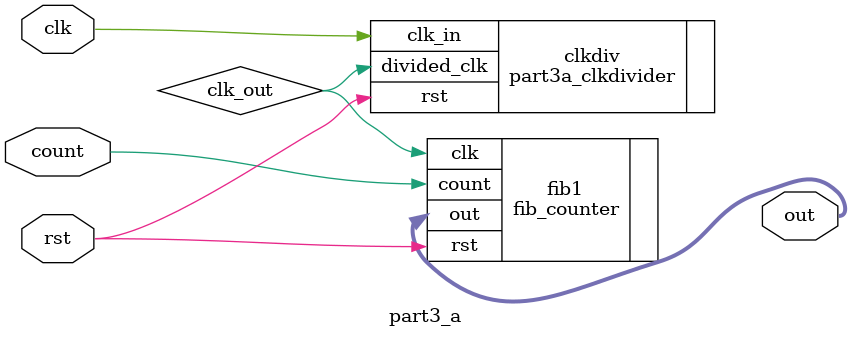
<source format=v>
`timescale 1ns / 1ps


module part3_a(out,count,clk,rst);
output [5:0]out;
wire clk_out;
input count,clk,rst;


part3a_clkdivider clkdiv(.divided_clk(clk_out),.rst(rst),.clk_in(clk));

fib_counter fib1(.out(out),.count(count),.clk(clk_out),.rst(rst));
endmodule

</source>
